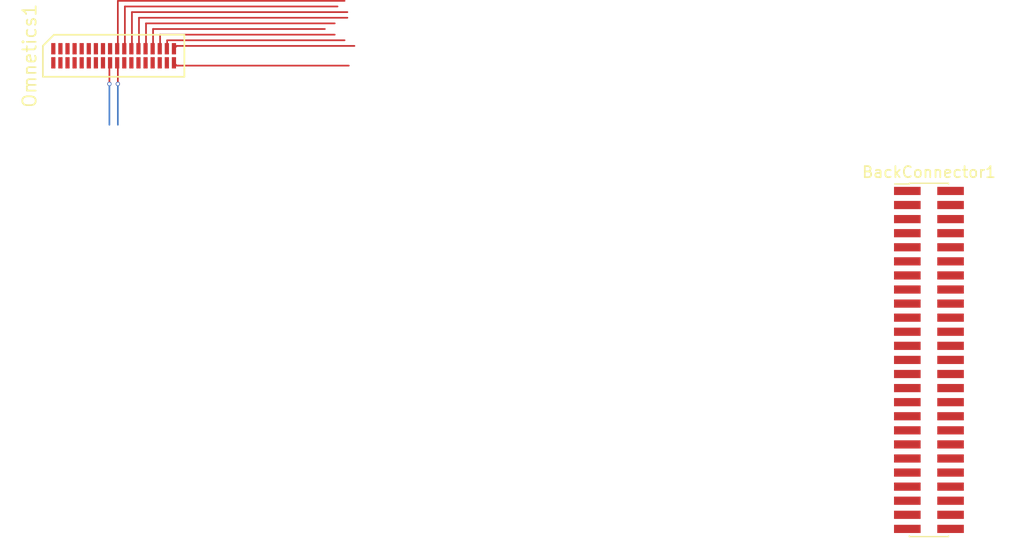
<source format=kicad_pcb>
(kicad_pcb (version 4) (host pcbnew 4.0.7)

  (general
    (links 0)
    (no_connects 0)
    (area 0 0 0 0)
    (thickness 1.6)
    (drawings 0)
    (tracks 38)
    (zones 0)
    (modules 2)
    (nets 87)
  )

  (page A4)
  (layers
    (0 F.Cu signal)
    (31 B.Cu signal)
    (32 B.Adhes user)
    (33 F.Adhes user)
    (34 B.Paste user)
    (35 F.Paste user)
    (36 B.SilkS user)
    (37 F.SilkS user)
    (38 B.Mask user)
    (39 F.Mask user)
    (40 Dwgs.User user)
    (41 Cmts.User user)
    (42 Eco1.User user)
    (43 Eco2.User user)
    (44 Edge.Cuts user)
    (45 Margin user)
    (46 B.CrtYd user)
    (47 F.CrtYd user)
    (48 B.Fab user)
    (49 F.Fab user)
  )

  (setup
    (last_trace_width 0.2)
    (trace_clearance 0.2)
    (zone_clearance 0.508)
    (zone_45_only no)
    (trace_min 0.1524)
    (segment_width 0.2)
    (edge_width 0.15)
    (via_size 0.6)
    (via_drill 0.4)
    (via_min_size 0.3)
    (via_min_drill 0.2)
    (uvia_size 0.4)
    (uvia_drill 0.2)
    (uvias_allowed no)
    (uvia_min_size 0.2)
    (uvia_min_drill 0.1)
    (pcb_text_width 0.3)
    (pcb_text_size 1.5 1.5)
    (mod_edge_width 0.15)
    (mod_text_size 1 1)
    (mod_text_width 0.15)
    (pad_size 1.524 1.524)
    (pad_drill 0.762)
    (pad_to_mask_clearance 0.2)
    (aux_axis_origin 103.124 62.23)
    (visible_elements FFFFFF7F)
    (pcbplotparams
      (layerselection 0x00030_80000001)
      (usegerberextensions false)
      (excludeedgelayer true)
      (linewidth 0.100000)
      (plotframeref false)
      (viasonmask false)
      (mode 1)
      (useauxorigin false)
      (hpglpennumber 1)
      (hpglpenspeed 20)
      (hpglpendiameter 15)
      (hpglpenoverlay 2)
      (psnegative false)
      (psa4output false)
      (plotreference true)
      (plotvalue true)
      (plotinvisibletext false)
      (padsonsilk false)
      (subtractmaskfromsilk false)
      (outputformat 1)
      (mirror false)
      (drillshape 1)
      (scaleselection 1)
      (outputdirectory ""))
  )

  (net 0 "")
  (net 1 "Net-(BackConnector1-Pad1)")
  (net 2 "Net-(BackConnector1-Pad2)")
  (net 3 "Net-(BackConnector1-Pad3)")
  (net 4 "Net-(BackConnector1-Pad4)")
  (net 5 "Net-(BackConnector1-Pad5)")
  (net 6 "Net-(BackConnector1-Pad6)")
  (net 7 "Net-(BackConnector1-Pad7)")
  (net 8 "Net-(BackConnector1-Pad8)")
  (net 9 "Net-(BackConnector1-Pad9)")
  (net 10 "Net-(BackConnector1-Pad10)")
  (net 11 "Net-(BackConnector1-Pad11)")
  (net 12 "Net-(BackConnector1-Pad12)")
  (net 13 "Net-(BackConnector1-Pad13)")
  (net 14 "Net-(BackConnector1-Pad14)")
  (net 15 "Net-(BackConnector1-Pad15)")
  (net 16 "Net-(BackConnector1-Pad16)")
  (net 17 "Net-(BackConnector1-Pad17)")
  (net 18 "Net-(BackConnector1-Pad18)")
  (net 19 "Net-(BackConnector1-Pad19)")
  (net 20 "Net-(BackConnector1-Pad20)")
  (net 21 "Net-(BackConnector1-Pad21)")
  (net 22 "Net-(BackConnector1-Pad22)")
  (net 23 "Net-(BackConnector1-Pad23)")
  (net 24 "Net-(BackConnector1-Pad24)")
  (net 25 "Net-(BackConnector1-Pad25)")
  (net 26 "Net-(BackConnector1-Pad26)")
  (net 27 "Net-(BackConnector1-Pad27)")
  (net 28 "Net-(BackConnector1-Pad28)")
  (net 29 "Net-(BackConnector1-Pad29)")
  (net 30 "Net-(BackConnector1-Pad30)")
  (net 31 "Net-(BackConnector1-Pad31)")
  (net 32 "Net-(BackConnector1-Pad32)")
  (net 33 "Net-(BackConnector1-Pad33)")
  (net 34 "Net-(BackConnector1-Pad34)")
  (net 35 "Net-(BackConnector1-Pad35)")
  (net 36 "Net-(BackConnector1-Pad36)")
  (net 37 "Net-(BackConnector1-Pad37)")
  (net 38 "Net-(BackConnector1-Pad38)")
  (net 39 "Net-(BackConnector1-Pad39)")
  (net 40 "Net-(BackConnector1-Pad40)")
  (net 41 "Net-(BackConnector1-Pad41)")
  (net 42 "Net-(BackConnector1-Pad42)")
  (net 43 "Net-(BackConnector1-Pad43)")
  (net 44 "Net-(BackConnector1-Pad44)")
  (net 45 "Net-(BackConnector1-Pad45)")
  (net 46 "Net-(BackConnector1-Pad46)")
  (net 47 "Net-(BackConnector1-Pad47)")
  (net 48 "Net-(BackConnector1-Pad48)")
  (net 49 "Net-(BackConnector1-Pad49)")
  (net 50 "Net-(BackConnector1-Pad50)")
  (net 51 "Net-(Omnetics1-Pad2)")
  (net 52 "Net-(Omnetics1-Pad1)")
  (net 53 "Net-(Omnetics1-Pad4)")
  (net 54 "Net-(Omnetics1-Pad3)")
  (net 55 "Net-(Omnetics1-Pad6)")
  (net 56 "Net-(Omnetics1-Pad5)")
  (net 57 "Net-(Omnetics1-Pad8)")
  (net 58 "Net-(Omnetics1-Pad7)")
  (net 59 "Net-(Omnetics1-Pad10)")
  (net 60 "Net-(Omnetics1-Pad9)")
  (net 61 "Net-(Omnetics1-Pad12)")
  (net 62 "Net-(Omnetics1-Pad11)")
  (net 63 "Net-(Omnetics1-Pad14)")
  (net 64 "Net-(Omnetics1-Pad13)")
  (net 65 "Net-(Omnetics1-Pad16)")
  (net 66 "Net-(Omnetics1-Pad15)")
  (net 67 "Net-(Omnetics1-Pad18)")
  (net 68 "Net-(Omnetics1-Pad17)")
  (net 69 "Net-(Omnetics1-Pad20)")
  (net 70 "Net-(Omnetics1-Pad19)")
  (net 71 "Net-(Omnetics1-Pad22)")
  (net 72 "Net-(Omnetics1-Pad21)")
  (net 73 "Net-(Omnetics1-Pad24)")
  (net 74 "Net-(Omnetics1-Pad23)")
  (net 75 "Net-(Omnetics1-Pad26)")
  (net 76 "Net-(Omnetics1-Pad25)")
  (net 77 "Net-(Omnetics1-Pad28)")
  (net 78 "Net-(Omnetics1-Pad27)")
  (net 79 "Net-(Omnetics1-Pad30)")
  (net 80 "Net-(Omnetics1-Pad29)")
  (net 81 "Net-(Omnetics1-Pad32)")
  (net 82 "Net-(Omnetics1-Pad31)")
  (net 83 "Net-(Omnetics1-Pad34)")
  (net 84 "Net-(Omnetics1-Pad33)")
  (net 85 "Net-(Omnetics1-Pad36)")
  (net 86 "Net-(Omnetics1-Pad35)")

  (net_class Default "This is the default net class."
    (clearance 0.2)
    (trace_width 0.2)
    (via_dia 0.6)
    (via_drill 0.4)
    (uvia_dia 0.4)
    (uvia_drill 0.2)
  )

  (net_class OSHPark ""
    (clearance 0.1524)
    (trace_width 0.1524)
    (via_dia 0.381)
    (via_drill 0.254)
    (uvia_dia 0.381)
    (uvia_drill 0.254)
    (add_net "Net-(BackConnector1-Pad1)")
    (add_net "Net-(BackConnector1-Pad10)")
    (add_net "Net-(BackConnector1-Pad11)")
    (add_net "Net-(BackConnector1-Pad12)")
    (add_net "Net-(BackConnector1-Pad13)")
    (add_net "Net-(BackConnector1-Pad14)")
    (add_net "Net-(BackConnector1-Pad15)")
    (add_net "Net-(BackConnector1-Pad16)")
    (add_net "Net-(BackConnector1-Pad17)")
    (add_net "Net-(BackConnector1-Pad18)")
    (add_net "Net-(BackConnector1-Pad19)")
    (add_net "Net-(BackConnector1-Pad2)")
    (add_net "Net-(BackConnector1-Pad20)")
    (add_net "Net-(BackConnector1-Pad21)")
    (add_net "Net-(BackConnector1-Pad22)")
    (add_net "Net-(BackConnector1-Pad23)")
    (add_net "Net-(BackConnector1-Pad24)")
    (add_net "Net-(BackConnector1-Pad25)")
    (add_net "Net-(BackConnector1-Pad26)")
    (add_net "Net-(BackConnector1-Pad27)")
    (add_net "Net-(BackConnector1-Pad28)")
    (add_net "Net-(BackConnector1-Pad29)")
    (add_net "Net-(BackConnector1-Pad3)")
    (add_net "Net-(BackConnector1-Pad30)")
    (add_net "Net-(BackConnector1-Pad31)")
    (add_net "Net-(BackConnector1-Pad32)")
    (add_net "Net-(BackConnector1-Pad33)")
    (add_net "Net-(BackConnector1-Pad34)")
    (add_net "Net-(BackConnector1-Pad35)")
    (add_net "Net-(BackConnector1-Pad36)")
    (add_net "Net-(BackConnector1-Pad37)")
    (add_net "Net-(BackConnector1-Pad38)")
    (add_net "Net-(BackConnector1-Pad39)")
    (add_net "Net-(BackConnector1-Pad4)")
    (add_net "Net-(BackConnector1-Pad40)")
    (add_net "Net-(BackConnector1-Pad41)")
    (add_net "Net-(BackConnector1-Pad42)")
    (add_net "Net-(BackConnector1-Pad43)")
    (add_net "Net-(BackConnector1-Pad44)")
    (add_net "Net-(BackConnector1-Pad45)")
    (add_net "Net-(BackConnector1-Pad46)")
    (add_net "Net-(BackConnector1-Pad47)")
    (add_net "Net-(BackConnector1-Pad48)")
    (add_net "Net-(BackConnector1-Pad49)")
    (add_net "Net-(BackConnector1-Pad5)")
    (add_net "Net-(BackConnector1-Pad50)")
    (add_net "Net-(BackConnector1-Pad6)")
    (add_net "Net-(BackConnector1-Pad7)")
    (add_net "Net-(BackConnector1-Pad8)")
    (add_net "Net-(BackConnector1-Pad9)")
    (add_net "Net-(Omnetics1-Pad1)")
    (add_net "Net-(Omnetics1-Pad10)")
    (add_net "Net-(Omnetics1-Pad11)")
    (add_net "Net-(Omnetics1-Pad12)")
    (add_net "Net-(Omnetics1-Pad13)")
    (add_net "Net-(Omnetics1-Pad14)")
    (add_net "Net-(Omnetics1-Pad15)")
    (add_net "Net-(Omnetics1-Pad16)")
    (add_net "Net-(Omnetics1-Pad17)")
    (add_net "Net-(Omnetics1-Pad18)")
    (add_net "Net-(Omnetics1-Pad19)")
    (add_net "Net-(Omnetics1-Pad2)")
    (add_net "Net-(Omnetics1-Pad20)")
    (add_net "Net-(Omnetics1-Pad21)")
    (add_net "Net-(Omnetics1-Pad22)")
    (add_net "Net-(Omnetics1-Pad23)")
    (add_net "Net-(Omnetics1-Pad24)")
    (add_net "Net-(Omnetics1-Pad25)")
    (add_net "Net-(Omnetics1-Pad26)")
    (add_net "Net-(Omnetics1-Pad27)")
    (add_net "Net-(Omnetics1-Pad28)")
    (add_net "Net-(Omnetics1-Pad29)")
    (add_net "Net-(Omnetics1-Pad3)")
    (add_net "Net-(Omnetics1-Pad30)")
    (add_net "Net-(Omnetics1-Pad31)")
    (add_net "Net-(Omnetics1-Pad32)")
    (add_net "Net-(Omnetics1-Pad33)")
    (add_net "Net-(Omnetics1-Pad34)")
    (add_net "Net-(Omnetics1-Pad35)")
    (add_net "Net-(Omnetics1-Pad36)")
    (add_net "Net-(Omnetics1-Pad4)")
    (add_net "Net-(Omnetics1-Pad5)")
    (add_net "Net-(Omnetics1-Pad6)")
    (add_net "Net-(Omnetics1-Pad7)")
    (add_net "Net-(Omnetics1-Pad8)")
    (add_net "Net-(Omnetics1-Pad9)")
  )

  (module Pin_Headers:Pin_Header_Straight_2x25_Pitch1.27mm_SMD (layer F.Cu) (tedit 59650537) (tstamp 5B1043CD)
    (at 217.678 99.568)
    (descr "surface-mounted straight pin header, 2x25, 1.27mm pitch, double rows")
    (tags "Surface mounted pin header SMD 2x25 1.27mm double row")
    (path /5A82285D)
    (attr smd)
    (fp_text reference BackConnector1 (at 0 -16.935) (layer F.SilkS)
      (effects (font (size 1 1) (thickness 0.15)))
    )
    (fp_text value Conn_02x25_Odd_Even (at 0 16.935) (layer F.Fab)
      (effects (font (size 1 1) (thickness 0.15)))
    )
    (fp_line (start 1.705 15.875) (end -1.705 15.875) (layer F.Fab) (width 0.1))
    (fp_line (start -1.27 -15.875) (end 1.705 -15.875) (layer F.Fab) (width 0.1))
    (fp_line (start -1.705 15.875) (end -1.705 -15.44) (layer F.Fab) (width 0.1))
    (fp_line (start -1.705 -15.44) (end -1.27 -15.875) (layer F.Fab) (width 0.1))
    (fp_line (start 1.705 -15.875) (end 1.705 15.875) (layer F.Fab) (width 0.1))
    (fp_line (start -1.705 -15.44) (end -2.75 -15.44) (layer F.Fab) (width 0.1))
    (fp_line (start -2.75 -15.44) (end -2.75 -15.04) (layer F.Fab) (width 0.1))
    (fp_line (start -2.75 -15.04) (end -1.705 -15.04) (layer F.Fab) (width 0.1))
    (fp_line (start 1.705 -15.44) (end 2.75 -15.44) (layer F.Fab) (width 0.1))
    (fp_line (start 2.75 -15.44) (end 2.75 -15.04) (layer F.Fab) (width 0.1))
    (fp_line (start 2.75 -15.04) (end 1.705 -15.04) (layer F.Fab) (width 0.1))
    (fp_line (start -1.705 -14.17) (end -2.75 -14.17) (layer F.Fab) (width 0.1))
    (fp_line (start -2.75 -14.17) (end -2.75 -13.77) (layer F.Fab) (width 0.1))
    (fp_line (start -2.75 -13.77) (end -1.705 -13.77) (layer F.Fab) (width 0.1))
    (fp_line (start 1.705 -14.17) (end 2.75 -14.17) (layer F.Fab) (width 0.1))
    (fp_line (start 2.75 -14.17) (end 2.75 -13.77) (layer F.Fab) (width 0.1))
    (fp_line (start 2.75 -13.77) (end 1.705 -13.77) (layer F.Fab) (width 0.1))
    (fp_line (start -1.705 -12.9) (end -2.75 -12.9) (layer F.Fab) (width 0.1))
    (fp_line (start -2.75 -12.9) (end -2.75 -12.5) (layer F.Fab) (width 0.1))
    (fp_line (start -2.75 -12.5) (end -1.705 -12.5) (layer F.Fab) (width 0.1))
    (fp_line (start 1.705 -12.9) (end 2.75 -12.9) (layer F.Fab) (width 0.1))
    (fp_line (start 2.75 -12.9) (end 2.75 -12.5) (layer F.Fab) (width 0.1))
    (fp_line (start 2.75 -12.5) (end 1.705 -12.5) (layer F.Fab) (width 0.1))
    (fp_line (start -1.705 -11.63) (end -2.75 -11.63) (layer F.Fab) (width 0.1))
    (fp_line (start -2.75 -11.63) (end -2.75 -11.23) (layer F.Fab) (width 0.1))
    (fp_line (start -2.75 -11.23) (end -1.705 -11.23) (layer F.Fab) (width 0.1))
    (fp_line (start 1.705 -11.63) (end 2.75 -11.63) (layer F.Fab) (width 0.1))
    (fp_line (start 2.75 -11.63) (end 2.75 -11.23) (layer F.Fab) (width 0.1))
    (fp_line (start 2.75 -11.23) (end 1.705 -11.23) (layer F.Fab) (width 0.1))
    (fp_line (start -1.705 -10.36) (end -2.75 -10.36) (layer F.Fab) (width 0.1))
    (fp_line (start -2.75 -10.36) (end -2.75 -9.96) (layer F.Fab) (width 0.1))
    (fp_line (start -2.75 -9.96) (end -1.705 -9.96) (layer F.Fab) (width 0.1))
    (fp_line (start 1.705 -10.36) (end 2.75 -10.36) (layer F.Fab) (width 0.1))
    (fp_line (start 2.75 -10.36) (end 2.75 -9.96) (layer F.Fab) (width 0.1))
    (fp_line (start 2.75 -9.96) (end 1.705 -9.96) (layer F.Fab) (width 0.1))
    (fp_line (start -1.705 -9.09) (end -2.75 -9.09) (layer F.Fab) (width 0.1))
    (fp_line (start -2.75 -9.09) (end -2.75 -8.69) (layer F.Fab) (width 0.1))
    (fp_line (start -2.75 -8.69) (end -1.705 -8.69) (layer F.Fab) (width 0.1))
    (fp_line (start 1.705 -9.09) (end 2.75 -9.09) (layer F.Fab) (width 0.1))
    (fp_line (start 2.75 -9.09) (end 2.75 -8.69) (layer F.Fab) (width 0.1))
    (fp_line (start 2.75 -8.69) (end 1.705 -8.69) (layer F.Fab) (width 0.1))
    (fp_line (start -1.705 -7.82) (end -2.75 -7.82) (layer F.Fab) (width 0.1))
    (fp_line (start -2.75 -7.82) (end -2.75 -7.42) (layer F.Fab) (width 0.1))
    (fp_line (start -2.75 -7.42) (end -1.705 -7.42) (layer F.Fab) (width 0.1))
    (fp_line (start 1.705 -7.82) (end 2.75 -7.82) (layer F.Fab) (width 0.1))
    (fp_line (start 2.75 -7.82) (end 2.75 -7.42) (layer F.Fab) (width 0.1))
    (fp_line (start 2.75 -7.42) (end 1.705 -7.42) (layer F.Fab) (width 0.1))
    (fp_line (start -1.705 -6.55) (end -2.75 -6.55) (layer F.Fab) (width 0.1))
    (fp_line (start -2.75 -6.55) (end -2.75 -6.15) (layer F.Fab) (width 0.1))
    (fp_line (start -2.75 -6.15) (end -1.705 -6.15) (layer F.Fab) (width 0.1))
    (fp_line (start 1.705 -6.55) (end 2.75 -6.55) (layer F.Fab) (width 0.1))
    (fp_line (start 2.75 -6.55) (end 2.75 -6.15) (layer F.Fab) (width 0.1))
    (fp_line (start 2.75 -6.15) (end 1.705 -6.15) (layer F.Fab) (width 0.1))
    (fp_line (start -1.705 -5.28) (end -2.75 -5.28) (layer F.Fab) (width 0.1))
    (fp_line (start -2.75 -5.28) (end -2.75 -4.88) (layer F.Fab) (width 0.1))
    (fp_line (start -2.75 -4.88) (end -1.705 -4.88) (layer F.Fab) (width 0.1))
    (fp_line (start 1.705 -5.28) (end 2.75 -5.28) (layer F.Fab) (width 0.1))
    (fp_line (start 2.75 -5.28) (end 2.75 -4.88) (layer F.Fab) (width 0.1))
    (fp_line (start 2.75 -4.88) (end 1.705 -4.88) (layer F.Fab) (width 0.1))
    (fp_line (start -1.705 -4.01) (end -2.75 -4.01) (layer F.Fab) (width 0.1))
    (fp_line (start -2.75 -4.01) (end -2.75 -3.61) (layer F.Fab) (width 0.1))
    (fp_line (start -2.75 -3.61) (end -1.705 -3.61) (layer F.Fab) (width 0.1))
    (fp_line (start 1.705 -4.01) (end 2.75 -4.01) (layer F.Fab) (width 0.1))
    (fp_line (start 2.75 -4.01) (end 2.75 -3.61) (layer F.Fab) (width 0.1))
    (fp_line (start 2.75 -3.61) (end 1.705 -3.61) (layer F.Fab) (width 0.1))
    (fp_line (start -1.705 -2.74) (end -2.75 -2.74) (layer F.Fab) (width 0.1))
    (fp_line (start -2.75 -2.74) (end -2.75 -2.34) (layer F.Fab) (width 0.1))
    (fp_line (start -2.75 -2.34) (end -1.705 -2.34) (layer F.Fab) (width 0.1))
    (fp_line (start 1.705 -2.74) (end 2.75 -2.74) (layer F.Fab) (width 0.1))
    (fp_line (start 2.75 -2.74) (end 2.75 -2.34) (layer F.Fab) (width 0.1))
    (fp_line (start 2.75 -2.34) (end 1.705 -2.34) (layer F.Fab) (width 0.1))
    (fp_line (start -1.705 -1.47) (end -2.75 -1.47) (layer F.Fab) (width 0.1))
    (fp_line (start -2.75 -1.47) (end -2.75 -1.07) (layer F.Fab) (width 0.1))
    (fp_line (start -2.75 -1.07) (end -1.705 -1.07) (layer F.Fab) (width 0.1))
    (fp_line (start 1.705 -1.47) (end 2.75 -1.47) (layer F.Fab) (width 0.1))
    (fp_line (start 2.75 -1.47) (end 2.75 -1.07) (layer F.Fab) (width 0.1))
    (fp_line (start 2.75 -1.07) (end 1.705 -1.07) (layer F.Fab) (width 0.1))
    (fp_line (start -1.705 -0.2) (end -2.75 -0.2) (layer F.Fab) (width 0.1))
    (fp_line (start -2.75 -0.2) (end -2.75 0.2) (layer F.Fab) (width 0.1))
    (fp_line (start -2.75 0.2) (end -1.705 0.2) (layer F.Fab) (width 0.1))
    (fp_line (start 1.705 -0.2) (end 2.75 -0.2) (layer F.Fab) (width 0.1))
    (fp_line (start 2.75 -0.2) (end 2.75 0.2) (layer F.Fab) (width 0.1))
    (fp_line (start 2.75 0.2) (end 1.705 0.2) (layer F.Fab) (width 0.1))
    (fp_line (start -1.705 1.07) (end -2.75 1.07) (layer F.Fab) (width 0.1))
    (fp_line (start -2.75 1.07) (end -2.75 1.47) (layer F.Fab) (width 0.1))
    (fp_line (start -2.75 1.47) (end -1.705 1.47) (layer F.Fab) (width 0.1))
    (fp_line (start 1.705 1.07) (end 2.75 1.07) (layer F.Fab) (width 0.1))
    (fp_line (start 2.75 1.07) (end 2.75 1.47) (layer F.Fab) (width 0.1))
    (fp_line (start 2.75 1.47) (end 1.705 1.47) (layer F.Fab) (width 0.1))
    (fp_line (start -1.705 2.34) (end -2.75 2.34) (layer F.Fab) (width 0.1))
    (fp_line (start -2.75 2.34) (end -2.75 2.74) (layer F.Fab) (width 0.1))
    (fp_line (start -2.75 2.74) (end -1.705 2.74) (layer F.Fab) (width 0.1))
    (fp_line (start 1.705 2.34) (end 2.75 2.34) (layer F.Fab) (width 0.1))
    (fp_line (start 2.75 2.34) (end 2.75 2.74) (layer F.Fab) (width 0.1))
    (fp_line (start 2.75 2.74) (end 1.705 2.74) (layer F.Fab) (width 0.1))
    (fp_line (start -1.705 3.61) (end -2.75 3.61) (layer F.Fab) (width 0.1))
    (fp_line (start -2.75 3.61) (end -2.75 4.01) (layer F.Fab) (width 0.1))
    (fp_line (start -2.75 4.01) (end -1.705 4.01) (layer F.Fab) (width 0.1))
    (fp_line (start 1.705 3.61) (end 2.75 3.61) (layer F.Fab) (width 0.1))
    (fp_line (start 2.75 3.61) (end 2.75 4.01) (layer F.Fab) (width 0.1))
    (fp_line (start 2.75 4.01) (end 1.705 4.01) (layer F.Fab) (width 0.1))
    (fp_line (start -1.705 4.88) (end -2.75 4.88) (layer F.Fab) (width 0.1))
    (fp_line (start -2.75 4.88) (end -2.75 5.28) (layer F.Fab) (width 0.1))
    (fp_line (start -2.75 5.28) (end -1.705 5.28) (layer F.Fab) (width 0.1))
    (fp_line (start 1.705 4.88) (end 2.75 4.88) (layer F.Fab) (width 0.1))
    (fp_line (start 2.75 4.88) (end 2.75 5.28) (layer F.Fab) (width 0.1))
    (fp_line (start 2.75 5.28) (end 1.705 5.28) (layer F.Fab) (width 0.1))
    (fp_line (start -1.705 6.15) (end -2.75 6.15) (layer F.Fab) (width 0.1))
    (fp_line (start -2.75 6.15) (end -2.75 6.55) (layer F.Fab) (width 0.1))
    (fp_line (start -2.75 6.55) (end -1.705 6.55) (layer F.Fab) (width 0.1))
    (fp_line (start 1.705 6.15) (end 2.75 6.15) (layer F.Fab) (width 0.1))
    (fp_line (start 2.75 6.15) (end 2.75 6.55) (layer F.Fab) (width 0.1))
    (fp_line (start 2.75 6.55) (end 1.705 6.55) (layer F.Fab) (width 0.1))
    (fp_line (start -1.705 7.42) (end -2.75 7.42) (layer F.Fab) (width 0.1))
    (fp_line (start -2.75 7.42) (end -2.75 7.82) (layer F.Fab) (width 0.1))
    (fp_line (start -2.75 7.82) (end -1.705 7.82) (layer F.Fab) (width 0.1))
    (fp_line (start 1.705 7.42) (end 2.75 7.42) (layer F.Fab) (width 0.1))
    (fp_line (start 2.75 7.42) (end 2.75 7.82) (layer F.Fab) (width 0.1))
    (fp_line (start 2.75 7.82) (end 1.705 7.82) (layer F.Fab) (width 0.1))
    (fp_line (start -1.705 8.69) (end -2.75 8.69) (layer F.Fab) (width 0.1))
    (fp_line (start -2.75 8.69) (end -2.75 9.09) (layer F.Fab) (width 0.1))
    (fp_line (start -2.75 9.09) (end -1.705 9.09) (layer F.Fab) (width 0.1))
    (fp_line (start 1.705 8.69) (end 2.75 8.69) (layer F.Fab) (width 0.1))
    (fp_line (start 2.75 8.69) (end 2.75 9.09) (layer F.Fab) (width 0.1))
    (fp_line (start 2.75 9.09) (end 1.705 9.09) (layer F.Fab) (width 0.1))
    (fp_line (start -1.705 9.96) (end -2.75 9.96) (layer F.Fab) (width 0.1))
    (fp_line (start -2.75 9.96) (end -2.75 10.36) (layer F.Fab) (width 0.1))
    (fp_line (start -2.75 10.36) (end -1.705 10.36) (layer F.Fab) (width 0.1))
    (fp_line (start 1.705 9.96) (end 2.75 9.96) (layer F.Fab) (width 0.1))
    (fp_line (start 2.75 9.96) (end 2.75 10.36) (layer F.Fab) (width 0.1))
    (fp_line (start 2.75 10.36) (end 1.705 10.36) (layer F.Fab) (width 0.1))
    (fp_line (start -1.705 11.23) (end -2.75 11.23) (layer F.Fab) (width 0.1))
    (fp_line (start -2.75 11.23) (end -2.75 11.63) (layer F.Fab) (width 0.1))
    (fp_line (start -2.75 11.63) (end -1.705 11.63) (layer F.Fab) (width 0.1))
    (fp_line (start 1.705 11.23) (end 2.75 11.23) (layer F.Fab) (width 0.1))
    (fp_line (start 2.75 11.23) (end 2.75 11.63) (layer F.Fab) (width 0.1))
    (fp_line (start 2.75 11.63) (end 1.705 11.63) (layer F.Fab) (width 0.1))
    (fp_line (start -1.705 12.5) (end -2.75 12.5) (layer F.Fab) (width 0.1))
    (fp_line (start -2.75 12.5) (end -2.75 12.9) (layer F.Fab) (width 0.1))
    (fp_line (start -2.75 12.9) (end -1.705 12.9) (layer F.Fab) (width 0.1))
    (fp_line (start 1.705 12.5) (end 2.75 12.5) (layer F.Fab) (width 0.1))
    (fp_line (start 2.75 12.5) (end 2.75 12.9) (layer F.Fab) (width 0.1))
    (fp_line (start 2.75 12.9) (end 1.705 12.9) (layer F.Fab) (width 0.1))
    (fp_line (start -1.705 13.77) (end -2.75 13.77) (layer F.Fab) (width 0.1))
    (fp_line (start -2.75 13.77) (end -2.75 14.17) (layer F.Fab) (width 0.1))
    (fp_line (start -2.75 14.17) (end -1.705 14.17) (layer F.Fab) (width 0.1))
    (fp_line (start 1.705 13.77) (end 2.75 13.77) (layer F.Fab) (width 0.1))
    (fp_line (start 2.75 13.77) (end 2.75 14.17) (layer F.Fab) (width 0.1))
    (fp_line (start 2.75 14.17) (end 1.705 14.17) (layer F.Fab) (width 0.1))
    (fp_line (start -1.705 15.04) (end -2.75 15.04) (layer F.Fab) (width 0.1))
    (fp_line (start -2.75 15.04) (end -2.75 15.44) (layer F.Fab) (width 0.1))
    (fp_line (start -2.75 15.44) (end -1.705 15.44) (layer F.Fab) (width 0.1))
    (fp_line (start 1.705 15.04) (end 2.75 15.04) (layer F.Fab) (width 0.1))
    (fp_line (start 2.75 15.04) (end 2.75 15.44) (layer F.Fab) (width 0.1))
    (fp_line (start 2.75 15.44) (end 1.705 15.44) (layer F.Fab) (width 0.1))
    (fp_line (start -1.765 -15.935) (end 1.765 -15.935) (layer F.SilkS) (width 0.12))
    (fp_line (start -1.765 15.935) (end 1.765 15.935) (layer F.SilkS) (width 0.12))
    (fp_line (start -3.09 -15.87) (end -1.765 -15.87) (layer F.SilkS) (width 0.12))
    (fp_line (start -1.765 -15.935) (end -1.765 -15.87) (layer F.SilkS) (width 0.12))
    (fp_line (start 1.765 -15.935) (end 1.765 -15.87) (layer F.SilkS) (width 0.12))
    (fp_line (start -1.765 15.87) (end -1.765 15.935) (layer F.SilkS) (width 0.12))
    (fp_line (start 1.765 15.87) (end 1.765 15.935) (layer F.SilkS) (width 0.12))
    (fp_line (start -4.3 -16.4) (end -4.3 16.4) (layer F.CrtYd) (width 0.05))
    (fp_line (start -4.3 16.4) (end 4.3 16.4) (layer F.CrtYd) (width 0.05))
    (fp_line (start 4.3 16.4) (end 4.3 -16.4) (layer F.CrtYd) (width 0.05))
    (fp_line (start 4.3 -16.4) (end -4.3 -16.4) (layer F.CrtYd) (width 0.05))
    (fp_text user %R (at 0 0 90) (layer F.Fab)
      (effects (font (size 1 1) (thickness 0.15)))
    )
    (pad 1 smd rect (at -1.95 -15.24) (size 2.4 0.74) (layers F.Cu F.Paste F.Mask)
      (net 1 "Net-(BackConnector1-Pad1)"))
    (pad 2 smd rect (at 1.95 -15.24) (size 2.4 0.74) (layers F.Cu F.Paste F.Mask)
      (net 2 "Net-(BackConnector1-Pad2)"))
    (pad 3 smd rect (at -1.95 -13.97) (size 2.4 0.74) (layers F.Cu F.Paste F.Mask)
      (net 3 "Net-(BackConnector1-Pad3)"))
    (pad 4 smd rect (at 1.95 -13.97) (size 2.4 0.74) (layers F.Cu F.Paste F.Mask)
      (net 4 "Net-(BackConnector1-Pad4)"))
    (pad 5 smd rect (at -1.95 -12.7) (size 2.4 0.74) (layers F.Cu F.Paste F.Mask)
      (net 5 "Net-(BackConnector1-Pad5)"))
    (pad 6 smd rect (at 1.95 -12.7) (size 2.4 0.74) (layers F.Cu F.Paste F.Mask)
      (net 6 "Net-(BackConnector1-Pad6)"))
    (pad 7 smd rect (at -1.95 -11.43) (size 2.4 0.74) (layers F.Cu F.Paste F.Mask)
      (net 7 "Net-(BackConnector1-Pad7)"))
    (pad 8 smd rect (at 1.95 -11.43) (size 2.4 0.74) (layers F.Cu F.Paste F.Mask)
      (net 8 "Net-(BackConnector1-Pad8)"))
    (pad 9 smd rect (at -1.95 -10.16) (size 2.4 0.74) (layers F.Cu F.Paste F.Mask)
      (net 9 "Net-(BackConnector1-Pad9)"))
    (pad 10 smd rect (at 1.95 -10.16) (size 2.4 0.74) (layers F.Cu F.Paste F.Mask)
      (net 10 "Net-(BackConnector1-Pad10)"))
    (pad 11 smd rect (at -1.95 -8.89) (size 2.4 0.74) (layers F.Cu F.Paste F.Mask)
      (net 11 "Net-(BackConnector1-Pad11)"))
    (pad 12 smd rect (at 1.95 -8.89) (size 2.4 0.74) (layers F.Cu F.Paste F.Mask)
      (net 12 "Net-(BackConnector1-Pad12)"))
    (pad 13 smd rect (at -1.95 -7.62) (size 2.4 0.74) (layers F.Cu F.Paste F.Mask)
      (net 13 "Net-(BackConnector1-Pad13)"))
    (pad 14 smd rect (at 1.95 -7.62) (size 2.4 0.74) (layers F.Cu F.Paste F.Mask)
      (net 14 "Net-(BackConnector1-Pad14)"))
    (pad 15 smd rect (at -1.95 -6.35) (size 2.4 0.74) (layers F.Cu F.Paste F.Mask)
      (net 15 "Net-(BackConnector1-Pad15)"))
    (pad 16 smd rect (at 1.95 -6.35) (size 2.4 0.74) (layers F.Cu F.Paste F.Mask)
      (net 16 "Net-(BackConnector1-Pad16)"))
    (pad 17 smd rect (at -1.95 -5.08) (size 2.4 0.74) (layers F.Cu F.Paste F.Mask)
      (net 17 "Net-(BackConnector1-Pad17)"))
    (pad 18 smd rect (at 1.95 -5.08) (size 2.4 0.74) (layers F.Cu F.Paste F.Mask)
      (net 18 "Net-(BackConnector1-Pad18)"))
    (pad 19 smd rect (at -1.95 -3.81) (size 2.4 0.74) (layers F.Cu F.Paste F.Mask)
      (net 19 "Net-(BackConnector1-Pad19)"))
    (pad 20 smd rect (at 1.95 -3.81) (size 2.4 0.74) (layers F.Cu F.Paste F.Mask)
      (net 20 "Net-(BackConnector1-Pad20)"))
    (pad 21 smd rect (at -1.95 -2.54) (size 2.4 0.74) (layers F.Cu F.Paste F.Mask)
      (net 21 "Net-(BackConnector1-Pad21)"))
    (pad 22 smd rect (at 1.95 -2.54) (size 2.4 0.74) (layers F.Cu F.Paste F.Mask)
      (net 22 "Net-(BackConnector1-Pad22)"))
    (pad 23 smd rect (at -1.95 -1.27) (size 2.4 0.74) (layers F.Cu F.Paste F.Mask)
      (net 23 "Net-(BackConnector1-Pad23)"))
    (pad 24 smd rect (at 1.95 -1.27) (size 2.4 0.74) (layers F.Cu F.Paste F.Mask)
      (net 24 "Net-(BackConnector1-Pad24)"))
    (pad 25 smd rect (at -1.95 0) (size 2.4 0.74) (layers F.Cu F.Paste F.Mask)
      (net 25 "Net-(BackConnector1-Pad25)"))
    (pad 26 smd rect (at 1.95 0) (size 2.4 0.74) (layers F.Cu F.Paste F.Mask)
      (net 26 "Net-(BackConnector1-Pad26)"))
    (pad 27 smd rect (at -1.95 1.27) (size 2.4 0.74) (layers F.Cu F.Paste F.Mask)
      (net 27 "Net-(BackConnector1-Pad27)"))
    (pad 28 smd rect (at 1.95 1.27) (size 2.4 0.74) (layers F.Cu F.Paste F.Mask)
      (net 28 "Net-(BackConnector1-Pad28)"))
    (pad 29 smd rect (at -1.95 2.54) (size 2.4 0.74) (layers F.Cu F.Paste F.Mask)
      (net 29 "Net-(BackConnector1-Pad29)"))
    (pad 30 smd rect (at 1.95 2.54) (size 2.4 0.74) (layers F.Cu F.Paste F.Mask)
      (net 30 "Net-(BackConnector1-Pad30)"))
    (pad 31 smd rect (at -1.95 3.81) (size 2.4 0.74) (layers F.Cu F.Paste F.Mask)
      (net 31 "Net-(BackConnector1-Pad31)"))
    (pad 32 smd rect (at 1.95 3.81) (size 2.4 0.74) (layers F.Cu F.Paste F.Mask)
      (net 32 "Net-(BackConnector1-Pad32)"))
    (pad 33 smd rect (at -1.95 5.08) (size 2.4 0.74) (layers F.Cu F.Paste F.Mask)
      (net 33 "Net-(BackConnector1-Pad33)"))
    (pad 34 smd rect (at 1.95 5.08) (size 2.4 0.74) (layers F.Cu F.Paste F.Mask)
      (net 34 "Net-(BackConnector1-Pad34)"))
    (pad 35 smd rect (at -1.95 6.35) (size 2.4 0.74) (layers F.Cu F.Paste F.Mask)
      (net 35 "Net-(BackConnector1-Pad35)"))
    (pad 36 smd rect (at 1.95 6.35) (size 2.4 0.74) (layers F.Cu F.Paste F.Mask)
      (net 36 "Net-(BackConnector1-Pad36)"))
    (pad 37 smd rect (at -1.95 7.62) (size 2.4 0.74) (layers F.Cu F.Paste F.Mask)
      (net 37 "Net-(BackConnector1-Pad37)"))
    (pad 38 smd rect (at 1.95 7.62) (size 2.4 0.74) (layers F.Cu F.Paste F.Mask)
      (net 38 "Net-(BackConnector1-Pad38)"))
    (pad 39 smd rect (at -1.95 8.89) (size 2.4 0.74) (layers F.Cu F.Paste F.Mask)
      (net 39 "Net-(BackConnector1-Pad39)"))
    (pad 40 smd rect (at 1.95 8.89) (size 2.4 0.74) (layers F.Cu F.Paste F.Mask)
      (net 40 "Net-(BackConnector1-Pad40)"))
    (pad 41 smd rect (at -1.95 10.16) (size 2.4 0.74) (layers F.Cu F.Paste F.Mask)
      (net 41 "Net-(BackConnector1-Pad41)"))
    (pad 42 smd rect (at 1.95 10.16) (size 2.4 0.74) (layers F.Cu F.Paste F.Mask)
      (net 42 "Net-(BackConnector1-Pad42)"))
    (pad 43 smd rect (at -1.95 11.43) (size 2.4 0.74) (layers F.Cu F.Paste F.Mask)
      (net 43 "Net-(BackConnector1-Pad43)"))
    (pad 44 smd rect (at 1.95 11.43) (size 2.4 0.74) (layers F.Cu F.Paste F.Mask)
      (net 44 "Net-(BackConnector1-Pad44)"))
    (pad 45 smd rect (at -1.95 12.7) (size 2.4 0.74) (layers F.Cu F.Paste F.Mask)
      (net 45 "Net-(BackConnector1-Pad45)"))
    (pad 46 smd rect (at 1.95 12.7) (size 2.4 0.74) (layers F.Cu F.Paste F.Mask)
      (net 46 "Net-(BackConnector1-Pad46)"))
    (pad 47 smd rect (at -1.95 13.97) (size 2.4 0.74) (layers F.Cu F.Paste F.Mask)
      (net 47 "Net-(BackConnector1-Pad47)"))
    (pad 48 smd rect (at 1.95 13.97) (size 2.4 0.74) (layers F.Cu F.Paste F.Mask)
      (net 48 "Net-(BackConnector1-Pad48)"))
    (pad 49 smd rect (at -1.95 15.24) (size 2.4 0.74) (layers F.Cu F.Paste F.Mask)
      (net 49 "Net-(BackConnector1-Pad49)"))
    (pad 50 smd rect (at 1.95 15.24) (size 2.4 0.74) (layers F.Cu F.Paste F.Mask)
      (net 50 "Net-(BackConnector1-Pad50)"))
    (model ${KISYS3DMOD}/Pin_Headers.3dshapes/Pin_Header_Straight_2x25_Pitch1.27mm_SMD.wrl
      (at (xyz 0 0 0))
      (scale (xyz 1 1 1))
      (rotate (xyz 0 0 0))
    )
  )

  (module OmneticsConnector:Omnetics_A79025-001 (layer F.Cu) (tedit 5B0F1DF1) (tstamp 5B1043FA)
    (at 144.145 72.136)
    (tags "Omnetics, Wireless EMG")
    (path /5A8228D0)
    (fp_text reference Omnetics1 (at -7.58 0 90) (layer F.SilkS)
      (effects (font (size 1.2 1.2) (thickness 0.15)))
    )
    (fp_text value Conn_02x18_Odd_Even (at 0 2.54) (layer F.Fab)
      (effects (font (size 1.2 1.2) (thickness 0.15)))
    )
    (fp_line (start -5.38 -1.895) (end -6.38 -0.895) (layer F.SilkS) (width 0.15))
    (fp_line (start -6.38 -0.895) (end -6.38 1.895) (layer F.SilkS) (width 0.15))
    (fp_line (start -6.38 1.895) (end 6.38 1.895) (layer F.SilkS) (width 0.15))
    (fp_line (start 6.38 1.895) (end 6.38 -1.895) (layer F.SilkS) (width 0.15))
    (fp_line (start 6.38 -1.895) (end -5.38 -1.895) (layer F.SilkS) (width 0.15))
    (pad 2 smd rect (at -5.44 -0.635) (size 0.38 1.02) (layers F.Cu F.Paste F.Mask)
      (net 51 "Net-(Omnetics1-Pad2)"))
    (pad 1 smd rect (at -5.44 0.635) (size 0.38 1.02) (layers F.Cu F.Paste F.Mask)
      (net 52 "Net-(Omnetics1-Pad1)"))
    (pad 4 smd rect (at -4.8 -0.635) (size 0.38 1.02) (layers F.Cu F.Paste F.Mask)
      (net 53 "Net-(Omnetics1-Pad4)"))
    (pad 3 smd rect (at -4.8 0.635) (size 0.38 1.02) (layers F.Cu F.Paste F.Mask)
      (net 54 "Net-(Omnetics1-Pad3)"))
    (pad 6 smd rect (at -4.16 -0.635) (size 0.38 1.02) (layers F.Cu F.Paste F.Mask)
      (net 55 "Net-(Omnetics1-Pad6)"))
    (pad 5 smd rect (at -4.16 0.635) (size 0.38 1.02) (layers F.Cu F.Paste F.Mask)
      (net 56 "Net-(Omnetics1-Pad5)"))
    (pad 8 smd rect (at -3.52 -0.635) (size 0.38 1.02) (layers F.Cu F.Paste F.Mask)
      (net 57 "Net-(Omnetics1-Pad8)"))
    (pad 7 smd rect (at -3.52 0.635) (size 0.38 1.02) (layers F.Cu F.Paste F.Mask)
      (net 58 "Net-(Omnetics1-Pad7)"))
    (pad 10 smd rect (at -2.88 -0.635) (size 0.38 1.02) (layers F.Cu F.Paste F.Mask)
      (net 59 "Net-(Omnetics1-Pad10)"))
    (pad 9 smd rect (at -2.88 0.635) (size 0.38 1.02) (layers F.Cu F.Paste F.Mask)
      (net 60 "Net-(Omnetics1-Pad9)"))
    (pad 12 smd rect (at -2.24 -0.635) (size 0.38 1.02) (layers F.Cu F.Paste F.Mask)
      (net 61 "Net-(Omnetics1-Pad12)"))
    (pad 11 smd rect (at -2.24 0.635) (size 0.38 1.02) (layers F.Cu F.Paste F.Mask)
      (net 62 "Net-(Omnetics1-Pad11)"))
    (pad 14 smd rect (at -1.6 -0.635) (size 0.38 1.02) (layers F.Cu F.Paste F.Mask)
      (net 63 "Net-(Omnetics1-Pad14)"))
    (pad 13 smd rect (at -1.6 0.635) (size 0.38 1.02) (layers F.Cu F.Paste F.Mask)
      (net 64 "Net-(Omnetics1-Pad13)"))
    (pad 16 smd rect (at -0.96 -0.635) (size 0.38 1.02) (layers F.Cu F.Paste F.Mask)
      (net 65 "Net-(Omnetics1-Pad16)"))
    (pad 15 smd rect (at -0.96 0.635) (size 0.38 1.02) (layers F.Cu F.Paste F.Mask)
      (net 66 "Net-(Omnetics1-Pad15)"))
    (pad 18 smd rect (at -0.32 -0.635) (size 0.38 1.02) (layers F.Cu F.Paste F.Mask)
      (net 67 "Net-(Omnetics1-Pad18)"))
    (pad 17 smd rect (at -0.32 0.635) (size 0.38 1.02) (layers F.Cu F.Paste F.Mask)
      (net 68 "Net-(Omnetics1-Pad17)"))
    (pad 20 smd rect (at 0.32 -0.635) (size 0.38 1.02) (layers F.Cu F.Paste F.Mask)
      (net 69 "Net-(Omnetics1-Pad20)"))
    (pad 19 smd rect (at 0.32 0.635) (size 0.38 1.02) (layers F.Cu F.Paste F.Mask)
      (net 70 "Net-(Omnetics1-Pad19)"))
    (pad 22 smd rect (at 0.96 -0.635) (size 0.38 1.02) (layers F.Cu F.Paste F.Mask)
      (net 71 "Net-(Omnetics1-Pad22)"))
    (pad 21 smd rect (at 0.96 0.635) (size 0.38 1.02) (layers F.Cu F.Paste F.Mask)
      (net 72 "Net-(Omnetics1-Pad21)"))
    (pad 24 smd rect (at 1.6 -0.635) (size 0.38 1.02) (layers F.Cu F.Paste F.Mask)
      (net 73 "Net-(Omnetics1-Pad24)"))
    (pad 23 smd rect (at 1.6 0.635) (size 0.38 1.02) (layers F.Cu F.Paste F.Mask)
      (net 74 "Net-(Omnetics1-Pad23)"))
    (pad 26 smd rect (at 2.24 -0.635) (size 0.38 1.02) (layers F.Cu F.Paste F.Mask)
      (net 75 "Net-(Omnetics1-Pad26)"))
    (pad 25 smd rect (at 2.24 0.635) (size 0.38 1.02) (layers F.Cu F.Paste F.Mask)
      (net 76 "Net-(Omnetics1-Pad25)"))
    (pad 28 smd rect (at 2.88 -0.635) (size 0.38 1.02) (layers F.Cu F.Paste F.Mask)
      (net 77 "Net-(Omnetics1-Pad28)"))
    (pad 27 smd rect (at 2.88 0.635) (size 0.38 1.02) (layers F.Cu F.Paste F.Mask)
      (net 78 "Net-(Omnetics1-Pad27)"))
    (pad 30 smd rect (at 3.52 -0.635) (size 0.38 1.02) (layers F.Cu F.Paste F.Mask)
      (net 79 "Net-(Omnetics1-Pad30)"))
    (pad 29 smd rect (at 3.52 0.635) (size 0.38 1.02) (layers F.Cu F.Paste F.Mask)
      (net 80 "Net-(Omnetics1-Pad29)"))
    (pad 32 smd rect (at 4.16 -0.635) (size 0.38 1.02) (layers F.Cu F.Paste F.Mask)
      (net 81 "Net-(Omnetics1-Pad32)"))
    (pad 31 smd rect (at 4.16 0.635) (size 0.38 1.02) (layers F.Cu F.Paste F.Mask)
      (net 82 "Net-(Omnetics1-Pad31)"))
    (pad 34 smd rect (at 4.8 -0.635) (size 0.38 1.02) (layers F.Cu F.Paste F.Mask)
      (net 83 "Net-(Omnetics1-Pad34)"))
    (pad 33 smd rect (at 4.8 0.635) (size 0.38 1.02) (layers F.Cu F.Paste F.Mask)
      (net 84 "Net-(Omnetics1-Pad33)"))
    (pad 36 smd rect (at 5.44 -0.635) (size 0.38 1.02) (layers F.Cu F.Paste F.Mask)
      (net 85 "Net-(Omnetics1-Pad36)"))
    (pad 35 smd rect (at 5.44 0.635) (size 0.38 1.02) (layers F.Cu F.Paste F.Mask)
      (net 86 "Net-(Omnetics1-Pad35)"))
  )

  (segment (start 143.764 74.676) (end 143.764 78.359) (width 0.1524) (layer B.Cu) (net 68) (tstamp 5B104A00))
  (via (at 143.764 74.676) (size 0.381) (drill 0.254) (layers F.Cu B.Cu) (net 68))
  (segment (start 143.764 72.832) (end 143.764 74.676) (width 0.1524) (layer F.Cu) (net 68) (tstamp 5B1046E8))
  (segment (start 143.825 72.771) (end 143.764 72.832) (width 0.1524) (layer F.Cu) (net 68))
  (segment (start 164.973 67.183) (end 144.526 67.183) (width 0.1524) (layer F.Cu) (net 69))
  (segment (start 144.526 67.183) (end 144.526 71.44) (width 0.1524) (layer F.Cu) (net 69) (tstamp 5B104634))
  (segment (start 144.465 71.501) (end 144.526 71.44) (width 0.1524) (layer F.Cu) (net 69))
  (via (at 144.526 74.676) (size 0.381) (drill 0.254) (layers F.Cu B.Cu) (net 70))
  (segment (start 144.526 74.676) (end 144.526 74.549) (width 0.1524) (layer F.Cu) (net 70))
  (segment (start 144.526 72.832) (end 144.526 74.549) (width 0.1524) (layer F.Cu) (net 70) (tstamp 5B1046F6))
  (segment (start 144.526 74.676) (end 144.526 78.359) (width 0.1524) (layer B.Cu) (net 70) (tstamp 5B104A33))
  (segment (start 144.465 72.771) (end 144.526 72.832) (width 0.1524) (layer F.Cu) (net 70))
  (segment (start 164.338 67.691) (end 145.161 67.691) (width 0.1524) (layer F.Cu) (net 71))
  (segment (start 145.161 67.691) (end 145.161 71.445) (width 0.1524) (layer F.Cu) (net 71) (tstamp 5B10461E))
  (segment (start 145.105 71.501) (end 145.161 71.445) (width 0.1524) (layer F.Cu) (net 71))
  (segment (start 165.227 68.199) (end 145.796 68.199) (width 0.1524) (layer F.Cu) (net 73))
  (segment (start 145.796 68.199) (end 145.796 71.45) (width 0.1524) (layer F.Cu) (net 73) (tstamp 5B104608))
  (segment (start 145.745 71.501) (end 145.796 71.45) (width 0.1524) (layer F.Cu) (net 73))
  (segment (start 165.227 68.707) (end 146.431 68.707) (width 0.1524) (layer F.Cu) (net 75))
  (segment (start 146.431 68.707) (end 146.431 71.455) (width 0.1524) (layer F.Cu) (net 75) (tstamp 5B1045DD))
  (segment (start 146.385 71.501) (end 146.431 71.455) (width 0.1524) (layer F.Cu) (net 75))
  (segment (start 164.084 69.215) (end 147.066 69.215) (width 0.1524) (layer F.Cu) (net 77))
  (segment (start 147.066 69.215) (end 147.066 71.46) (width 0.1524) (layer F.Cu) (net 77) (tstamp 5B1045C3))
  (segment (start 147.025 71.501) (end 147.066 71.46) (width 0.1524) (layer F.Cu) (net 77))
  (segment (start 163.195 69.723) (end 147.701 69.723) (width 0.1524) (layer F.Cu) (net 79))
  (segment (start 147.701 69.723) (end 147.701 71.465) (width 0.1524) (layer F.Cu) (net 79) (tstamp 5B10455B))
  (segment (start 147.665 71.501) (end 147.701 71.465) (width 0.1524) (layer F.Cu) (net 79))
  (segment (start 164.084 70.231) (end 148.336 70.231) (width 0.1524) (layer F.Cu) (net 81))
  (segment (start 148.336 70.231) (end 148.336 71.47) (width 0.1524) (layer F.Cu) (net 81) (tstamp 5B104520))
  (segment (start 148.305 71.501) (end 148.336 71.47) (width 0.1524) (layer F.Cu) (net 81))
  (segment (start 148.971 71.475) (end 148.971 70.739) (width 0.1524) (layer F.Cu) (net 83) (tstamp 5B1044FC))
  (segment (start 148.971 70.739) (end 164.973 70.739) (width 0.1524) (layer F.Cu) (net 83) (tstamp 5B1044FD))
  (segment (start 148.945 71.501) (end 148.971 71.475) (width 0.1524) (layer F.Cu) (net 83))
  (segment (start 149.585 71.501) (end 149.839 71.247) (width 0.1524) (layer F.Cu) (net 85))
  (segment (start 149.839 71.247) (end 165.862 71.247) (width 0.1524) (layer F.Cu) (net 85) (tstamp 5B10454F))
  (segment (start 149.585 72.771) (end 149.839 73.025) (width 0.1524) (layer F.Cu) (net 86))
  (segment (start 149.839 73.025) (end 149.987 73.025) (width 0.1524) (layer F.Cu) (net 86) (tstamp 5B10459D))
  (segment (start 149.987 73.025) (end 165.354 73.025) (width 0.1524) (layer F.Cu) (net 86) (tstamp 5B1045A6))

)

</source>
